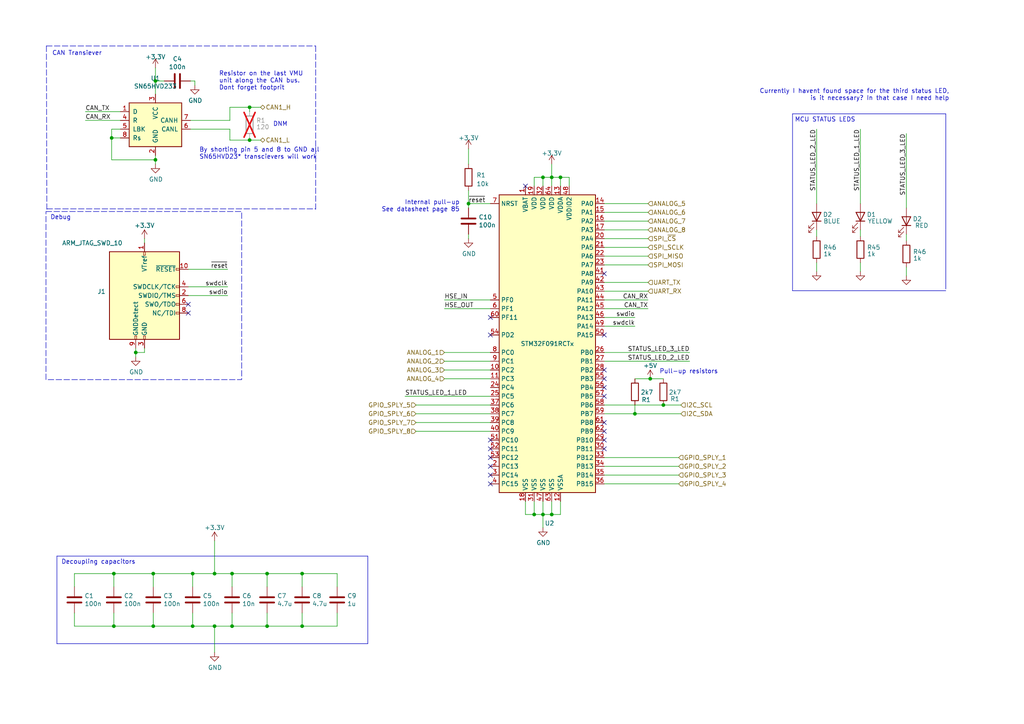
<source format=kicad_sch>
(kicad_sch (version 20230121) (generator eeschema)
  (paper "A4")
  (title_block (title "VEHICLE MEASUREMENT SYSTEM (VMU)") (date "2020-05-05") (rev "1.0") (company "KTH FORMULA STUDENT") (comment 1 "Dev18") (comment 2 "FILIP SVEBECK") (comment 3 "FSVEBECK@KTH.SE"))
  (lib_symbols
    (symbol "Device:C" (pin_numbers hide) (pin_names (offset 0.254))
      (property "Reference" "C" (at 0.635 2.54 0))
      (property "Value" "C" (at 0.635 -2.54 0))
      (symbol "C_0_1"
        (polyline (pts (xy -2.032 -0.762) (xy 2.032 -0.762)) (stroke (width 0.508)))
        (polyline (pts (xy -2.032 0.762) (xy 2.032 0.762)) (stroke (width 0.508)))
      )
      (symbol "C_1_1"
        (pin passive line (at 0 3.81 270) (length 2.794) (name "~") (number "1"))
        (pin passive line (at 0 -3.81 90) (length 2.794) (name "~") (number "2"))
      )
    )
    (symbol "Device:LED" (pin_numbers hide) (pin_names (offset 1.016) hide)
      (property "Reference" "D" (at 0 2.54 0))
      (property "Value" "LED" (at 0 -2.54 0))
      (symbol "LED_0_1"
        (polyline (pts (xy -1.27 -1.27) (xy -1.27 1.27)) (stroke (width 0.254)))
        (polyline (pts (xy -1.27 0) (xy 1.27 0)))
        (polyline (pts (xy 1.27 -1.27) (xy 1.27 1.27) (xy -1.27 0) (xy 1.27 -1.27)) (stroke (width 0.254)))
        (polyline (pts (xy -3.048 -0.762) (xy -4.572 -2.286) (xy -3.81 -2.286) (xy -4.572 -2.286) (xy -4.572 -1.524)))
        (polyline (pts (xy -1.778 -0.762) (xy -3.302 -2.286) (xy -2.54 -2.286) (xy -3.302 -2.286) (xy -3.302 -1.524)))
      )
      (symbol "LED_1_1"
        (pin passive line (at -3.81 0 0) (length 2.54) (name "K") (number "1"))
        (pin passive line (at 3.81 0 180) (length 2.54) (name "A") (number "2"))
      )
    )
    (symbol "Device:R" (pin_numbers hide) (pin_names (offset 0))
      (property "Reference" "R" (at 2.032 0 90))
      (property "Value" "R" (at 0 0 90))
      (symbol "R_0_1"
        (rectangle (start -1.016 -2.54) (end 1.016 2.54) (stroke (width 0.254)))
      )
      (symbol "R_1_1"
        (pin passive line (at 0 3.81 270) (length 1.27) (name "~") (number "1"))
        (pin passive line (at 0 -3.81 90) (length 1.27) (name "~") (number "2"))
      )
    )
    (symbol "Interface_CAN_LIN:SN65HVD233" (pin_names (offset 1.016))
      (property "Reference" "U" (at -2.54 10.16 0))
      (property "Value" "SN65HVD233" (at -2.54 7.62 0))
      (symbol "SN65HVD233_0_1"
        (rectangle (start -7.62 5.08) (end 7.62 -7.62) (stroke (width 0.254)) (fill (type background)))
      )
      (symbol "SN65HVD233_1_1"
        (pin input line (at -10.16 2.54 0) (length 2.54) (name "D") (number "1"))
        (pin power_in line (at 0 -10.16 90) (length 2.54) (name "GND") (number "2"))
        (pin power_in line (at 0 7.62 270) (length 2.54) (name "VCC") (number "3"))
        (pin output line (at -10.16 0 0) (length 2.54) (name "R") (number "4"))
        (pin input line (at -10.16 -2.54 0) (length 2.54) (name "LBK") (number "5"))
        (pin bidirectional line (at 10.16 -2.54 180) (length 2.54) (name "CANL") (number "6"))
        (pin bidirectional line (at 10.16 0 180) (length 2.54) (name "CANH") (number "7"))
        (pin input line (at -10.16 -5.08 0) (length 2.54) (name "Rs") (number "8"))
      )
    )
    (symbol "KTHFS:ARM_JTAG_SWD_10" (pin_names (offset 1.016))
      (property "Reference" "J" (at 0 0 0))
      (property "Value" "ARM_JTAG_SWD_10" (at 0 0 0))
      (symbol "ARM_JTAG_SWD_10_1_1"
        (rectangle (start -10.16 13.97) (end 10.16 -11.43) (stroke (width 0.254)) (fill (type background)))
        (rectangle (start -2.794 -11.43) (end -2.286 -10.414))
        (rectangle (start -0.254 -11.43) (end 0.254 -10.414))
        (rectangle (start -0.254 13.97) (end 0.254 12.954))
        (rectangle (start 9.144 -4.064) (end 10.16 -3.556))
        (rectangle (start 9.144 3.556) (end 10.16 4.064))
        (rectangle (start 10.16 -1.524) (end 9.144 -1.016))
        (rectangle (start 10.16 1.016) (end 9.144 1.524))
        (rectangle (start 10.16 9.144) (end 9.144 8.636))
        (pin power_in line (at 0 16.51 270) (length 2.54) (name "VTref") (number "1"))
        (pin open_collector line (at 12.7 8.89 180) (length 2.54) (name "~{RESET}") (number "10"))
        (pin bidirectional line (at 12.7 1.27 180) (length 2.54) (name "SWDIO/TMS") (number "2"))
        (pin power_in line (at 0 -13.97 90) (length 2.54) (name "GND") (number "3"))
        (pin output line (at 12.7 3.81 180) (length 2.54) (name "SWDCLK/TCK") (number "4"))
        (pin passive line (at 0 -13.97 90) (length 2.54) hide (name "GND") (number "5"))
        (pin input line (at 12.7 -1.27 180) (length 2.54) (name "SWO/TDO") (number "6"))
        (pin no_connect line (at -10.16 1.27 0) (length 2.54) hide (name "KEY") (number "7"))
        (pin output line (at 12.7 -3.81 180) (length 2.54) (name "NC/TDI") (number "8"))
        (pin passive line (at -2.54 -13.97 90) (length 2.54) (name "GNDDetect") (number "9"))
      )
    )
    (symbol "blocks-rescue:STM32F091RCTx-MCU_ST_STM32F0"
      (property "Reference" "U" (at -15.24 44.45 0))
      (property "Value" "MCU_ST_STM32F0_STM32F091RCTx" (at 7.62 44.45 0))
      (symbol "STM32F091RCTx-MCU_ST_STM32F0_0_1"
        (rectangle (start -15.24 -43.18) (end 12.7 43.18) (stroke (width 0.254)) (fill (type background)))
      )
      (symbol "STM32F091RCTx-MCU_ST_STM32F0_1_1"
        (pin power_in line (at -7.62 45.72 270) (length 2.54) (name "VBAT") (number "1"))
        (pin bidirectional line (at -17.78 -7.62 0) (length 2.54) (name "PC2") (number "10"))
        (pin bidirectional line (at -17.78 -10.16 0) (length 2.54) (name "PC3") (number "11"))
        (pin power_in line (at 2.54 -45.72 90) (length 2.54) (name "VSSA") (number "12"))
        (pin power_in line (at 2.54 45.72 270) (length 2.54) (name "VDDA") (number "13"))
        (pin bidirectional line (at 15.24 40.64 180) (length 2.54) (name "PA0") (number "14"))
        (pin bidirectional line (at 15.24 38.1 180) (length 2.54) (name "PA1") (number "15"))
        (pin bidirectional line (at 15.24 35.56 180) (length 2.54) (name "PA2") (number "16"))
        (pin bidirectional line (at 15.24 33.02 180) (length 2.54) (name "PA3") (number "17"))
        (pin power_in line (at -7.62 -45.72 90) (length 2.54) (name "VSS") (number "18"))
        (pin power_in line (at -5.08 45.72 270) (length 2.54) (name "VDD") (number "19"))
        (pin bidirectional line (at -17.78 -35.56 0) (length 2.54) (name "PC13") (number "2"))
        (pin bidirectional line (at 15.24 30.48 180) (length 2.54) (name "PA4") (number "20"))
        (pin bidirectional line (at 15.24 27.94 180) (length 2.54) (name "PA5") (number "21"))
        (pin bidirectional line (at 15.24 25.4 180) (length 2.54) (name "PA6") (number "22"))
        (pin bidirectional line (at 15.24 22.86 180) (length 2.54) (name "PA7") (number "23"))
        (pin bidirectional line (at -17.78 -12.7 0) (length 2.54) (name "PC4") (number "24"))
        (pin bidirectional line (at -17.78 -15.24 0) (length 2.54) (name "PC5") (number "25"))
        (pin bidirectional line (at 15.24 -2.54 180) (length 2.54) (name "PB0") (number "26"))
        (pin bidirectional line (at 15.24 -5.08 180) (length 2.54) (name "PB1") (number "27"))
        (pin bidirectional line (at 15.24 -7.62 180) (length 2.54) (name "PB2") (number "28"))
        (pin bidirectional line (at 15.24 -27.94 180) (length 2.54) (name "PB10") (number "29"))
        (pin bidirectional line (at -17.78 -38.1 0) (length 2.54) (name "PC14") (number "3"))
        (pin bidirectional line (at 15.24 -30.48 180) (length 2.54) (name "PB11") (number "30"))
        (pin power_in line (at -5.08 -45.72 90) (length 2.54) (name "VSS") (number "31"))
        (pin power_in line (at -2.54 45.72 270) (length 2.54) (name "VDD") (number "32"))
        (pin bidirectional line (at 15.24 -33.02 180) (length 2.54) (name "PB12") (number "33"))
        (pin bidirectional line (at 15.24 -35.56 180) (length 2.54) (name "PB13") (number "34"))
        (pin bidirectional line (at 15.24 -38.1 180) (length 2.54) (name "PB14") (number "35"))
        (pin bidirectional line (at 15.24 -40.64 180) (length 2.54) (name "PB15") (number "36"))
        (pin bidirectional line (at -17.78 -17.78 0) (length 2.54) (name "PC6") (number "37"))
        (pin bidirectional line (at -17.78 -20.32 0) (length 2.54) (name "PC7") (number "38"))
        (pin bidirectional line (at -17.78 -22.86 0) (length 2.54) (name "PC8") (number "39"))
        (pin bidirectional line (at -17.78 -40.64 0) (length 2.54) (name "PC15") (number "4"))
        (pin bidirectional line (at -17.78 -25.4 0) (length 2.54) (name "PC9") (number "40"))
        (pin bidirectional line (at 15.24 20.32 180) (length 2.54) (name "PA8") (number "41"))
        (pin bidirectional line (at 15.24 17.78 180) (length 2.54) (name "PA9") (number "42"))
        (pin bidirectional line (at 15.24 15.24 180) (length 2.54) (name "PA10") (number "43"))
        (pin bidirectional line (at 15.24 12.7 180) (length 2.54) (name "PA11") (number "44"))
        (pin bidirectional line (at 15.24 10.16 180) (length 2.54) (name "PA12") (number "45"))
        (pin bidirectional line (at 15.24 7.62 180) (length 2.54) (name "PA13") (number "46"))
        (pin power_in line (at -2.54 -45.72 90) (length 2.54) (name "VSS") (number "47"))
        (pin power_in line (at 5.08 45.72 270) (length 2.54) (name "VDDIO2") (number "48"))
        (pin bidirectional line (at 15.24 5.08 180) (length 2.54) (name "PA14") (number "49"))
        (pin input line (at -17.78 12.7 0) (length 2.54) (name "PF0") (number "5"))
        (pin bidirectional line (at 15.24 2.54 180) (length 2.54) (name "PA15") (number "50"))
        (pin bidirectional line (at -17.78 -27.94 0) (length 2.54) (name "PC10") (number "51"))
        (pin bidirectional line (at -17.78 -30.48 0) (length 2.54) (name "PC11") (number "52"))
        (pin bidirectional line (at -17.78 -33.02 0) (length 2.54) (name "PC12") (number "53"))
        (pin bidirectional line (at -17.78 2.54 0) (length 2.54) (name "PD2") (number "54"))
        (pin bidirectional line (at 15.24 -10.16 180) (length 2.54) (name "PB3") (number "55"))
        (pin bidirectional line (at 15.24 -12.7 180) (length 2.54) (name "PB4") (number "56"))
        (pin bidirectional line (at 15.24 -15.24 180) (length 2.54) (name "PB5") (number "57"))
        (pin bidirectional line (at 15.24 -17.78 180) (length 2.54) (name "PB6") (number "58"))
        (pin bidirectional line (at 15.24 -20.32 180) (length 2.54) (name "PB7") (number "59"))
        (pin input line (at -17.78 10.16 0) (length 2.54) (name "PF1") (number "6"))
        (pin bidirectional line (at -17.78 7.62 0) (length 2.54) (name "PF11") (number "60"))
        (pin bidirectional line (at 15.24 -22.86 180) (length 2.54) (name "PB8") (number "61"))
        (pin bidirectional line (at 15.24 -25.4 180) (length 2.54) (name "PB9") (number "62"))
        (pin power_in line (at 0 -45.72 90) (length 2.54) (name "VSS") (number "63"))
        (pin power_in line (at 0 45.72 270) (length 2.54) (name "VDD") (number "64"))
        (pin input line (at -17.78 40.64 0) (length 2.54) (name "NRST") (number "7"))
        (pin bidirectional line (at -17.78 -2.54 0) (length 2.54) (name "PC0") (number "8"))
        (pin bidirectional line (at -17.78 -5.08 0) (length 2.54) (name "PC1") (number "9"))
      )
    )
    (symbol "power:+3.3V" (power) (pin_names (offset 0))
      (property "Value" "+3.3V" (at 0 3.556 0))
      (symbol "+3.3V_0_1"
        (polyline (pts (xy -0.762 1.27) (xy 0 2.54)))
        (polyline (pts (xy 0 0) (xy 0 2.54)))
        (polyline (pts (xy 0 2.54) (xy 0.762 1.27)))
      )
      (symbol "+3.3V_1_1"
        (pin power_in line (at 0 0 90) (length 0) hide (name "+3.3V") (number "1"))
      )
    )
    (symbol "power:+5V" (power) (pin_names (offset 0))
      (property "Value" "+5V" (at 0 3.556 0))
      (symbol "+5V_0_1"
        (polyline (pts (xy -0.762 1.27) (xy 0 2.54)))
        (polyline (pts (xy 0 0) (xy 0 2.54)))
        (polyline (pts (xy 0 2.54) (xy 0.762 1.27)))
      )
      (symbol "+5V_1_1"
        (pin power_in line (at 0 0 90) (length 0) hide (name "+5V") (number "1"))
      )
    )
    (symbol "power:GND" (power) (pin_names (offset 0))
      (property "Value" "GND" (at 0 -3.81 0))
      (symbol "GND_0_1"
        (polyline (pts (xy 0 0) (xy 0 -1.27) (xy 1.27 -1.27) (xy 0 -2.54) (xy -1.27 -1.27) (xy 0 -1.27)))
      )
      (symbol "GND_1_1"
        (pin power_in line (at 0 0 270) (length 0) hide (name "GND") (number "1"))
      )
    )
  )
  (junction (at 33.02 181.61))
  (junction (at 62.23 166.37))
  (junction (at 55.88 166.37))
  (junction (at 39.37 102.235))
  (junction (at 87.63 166.37))
  (junction (at 62.23 181.61))
  (junction (at 87.63 181.61))
  (junction (at 67.31 181.61))
  (junction (at 72.39 31.115))
  (junction (at 67.31 166.37))
  (junction (at 32.385 40.005))
  (junction (at 77.47 166.37))
  (junction (at 44.45 166.37))
  (junction (at 157.48 51.435))
  (junction (at 160.02 51.435))
  (junction (at 192.405 117.475))
  (junction (at 44.45 181.61))
  (junction (at 72.39 40.64))
  (junction (at 188.595 109.855))
  (junction (at 160.02 149.225))
  (junction (at 135.89 59.055))
  (junction (at 157.48 149.225))
  (junction (at 55.88 181.61))
  (junction (at 184.15 120.015))
  (junction (at 45.085 23.495))
  (junction (at 154.94 149.225))
  (junction (at 45.085 46.355))
  (junction (at 77.47 181.61))
  (junction (at 33.02 166.37))
  (junction (at 162.56 51.435))
  (no_connect (at 142.24 132.715))
  (no_connect (at 175.26 107.315))
  (no_connect (at 142.24 130.175))
  (no_connect (at 175.26 112.395))
  (no_connect (at 175.26 109.855))
  (no_connect (at 142.24 135.255))
  (no_connect (at 54.61 88.265))
  (no_connect (at 175.26 79.375))
  (no_connect (at 152.4 53.975))
  (no_connect (at 175.26 122.555))
  (no_connect (at 175.26 127.635))
  (no_connect (at 142.24 127.635))
  (no_connect (at 142.24 97.155))
  (no_connect (at 175.26 130.175))
  (no_connect (at 142.24 92.075))
  (no_connect (at 142.24 137.795))
  (no_connect (at 54.61 90.805))
  (no_connect (at 175.26 125.095))
  (no_connect (at 142.24 140.335))
  (no_connect (at 175.26 97.155))
  (no_connect (at 175.26 114.935))
  (wire (pts (xy 21.59 170.18) (xy 21.59 166.37)))
  (wire (pts (xy 188.595 109.855) (xy 192.405 109.855)))
  (wire (pts (xy 66.675 37.465) (xy 55.245 37.465)))
  (wire (pts (xy 67.31 166.37) (xy 67.31 170.18)))
  (wire (pts (xy 44.45 177.8) (xy 44.45 181.61)))
  (wire (pts (xy 160.02 51.435) (xy 160.02 53.975)))
  (wire (pts (xy 187.96 69.215) (xy 175.26 69.215)))
  (wire (pts (xy 32.385 37.465) (xy 32.385 40.005)))
  (wire (pts (xy 187.96 59.055) (xy 175.26 59.055)))
  (wire (pts (xy 34.925 37.465) (xy 32.385 37.465)))
  (wire (pts (xy 154.94 51.435) (xy 157.48 51.435)))
  (wire (pts (xy 24.765 32.385) (xy 34.925 32.385)))
  (wire (pts (xy 87.63 166.37) (xy 97.79 166.37)))
  (wire (pts (xy 196.85 132.715) (xy 175.26 132.715)))
  (wire (pts (xy 175.26 86.995) (xy 187.96 86.995)))
  (wire (pts (xy 236.855 76.2) (xy 236.855 78.74)))
  (wire (pts (xy 175.26 61.595) (xy 187.96 61.595)))
  (wire (pts (xy 160.02 51.435) (xy 162.56 51.435)))
  (wire (pts (xy 44.45 181.61) (xy 55.88 181.61)))
  (wire (pts (xy 162.56 145.415) (xy 162.56 149.225)))
  (wire (pts (xy 54.61 78.105) (xy 66.04 78.105)))
  (wire (pts (xy 21.59 177.8) (xy 21.59 181.61)))
  (wire (pts (xy 192.405 117.475) (xy 197.485 117.475)))
  (wire (pts (xy 135.89 59.055) (xy 142.24 59.055)))
  (wire (pts (xy 154.94 149.225) (xy 157.48 149.225)))
  (wire (pts (xy 175.26 64.135) (xy 187.96 64.135)))
  (wire (pts (xy 21.59 181.61) (xy 33.02 181.61)))
  (wire (pts (xy 33.02 170.18) (xy 33.02 166.37)))
  (wire (pts (xy 32.385 40.005) (xy 32.385 46.355)))
  (wire (pts (xy 157.48 153.035) (xy 157.48 149.225)))
  (wire (pts (xy 47.625 23.495) (xy 45.085 23.495)))
  (wire (pts (xy 142.24 122.555) (xy 120.65 122.555)))
  (polyline (pts (xy 229.87 33.02) (xy 274.32 33.02)))
  (wire (pts (xy 33.02 181.61) (xy 44.45 181.61)))
  (wire (pts (xy 157.48 149.225) (xy 160.02 149.225)))
  (wire (pts (xy 97.79 166.37) (xy 97.79 170.18)))
  (wire (pts (xy 67.31 177.8) (xy 67.31 181.61)))
  (wire (pts (xy 72.39 40.64) (xy 75.565 40.64)))
  (wire (pts (xy 157.48 145.415) (xy 157.48 149.225)))
  (wire (pts (xy 184.15 120.015) (xy 197.485 120.015)))
  (wire (pts (xy 77.47 177.8) (xy 77.47 181.61)))
  (wire (pts (xy 157.48 53.975) (xy 157.48 51.435)))
  (wire (pts (xy 175.26 104.775) (xy 200.025 104.775)))
  (wire (pts (xy 128.905 86.995) (xy 142.24 86.995)))
  (polyline (pts (xy 229.87 84.328) (xy 274.32 84.328)))
  (wire (pts (xy 97.79 181.61) (xy 97.79 177.8)))
  (polyline (pts (xy 16.51 161.29) (xy 106.68 161.29)))
  (polyline (pts (xy 13.462 13.335) (xy 13.589 60.706)) (stroke (width 0) (type dash)))
  (wire (pts (xy 39.37 103.505) (xy 39.37 102.235)))
  (wire (pts (xy 128.905 102.235) (xy 142.24 102.235)))
  (wire (pts (xy 66.675 31.115) (xy 66.675 34.925)))
  (wire (pts (xy 66.675 40.64) (xy 72.39 40.64)))
  (polyline (pts (xy 274.32 83.82) (xy 274.32 33.02)))
  (wire (pts (xy 135.89 69.215) (xy 135.89 67.945)))
  (wire (pts (xy 39.37 102.235) (xy 41.91 102.235)))
  (wire (pts (xy 56.515 23.495) (xy 55.245 23.495)))
  (wire (pts (xy 175.26 66.675) (xy 187.96 66.675)))
  (wire (pts (xy 66.675 37.465) (xy 66.675 40.64)))
  (wire (pts (xy 142.24 109.855) (xy 128.905 109.855)))
  (wire (pts (xy 55.88 166.37) (xy 62.23 166.37)))
  (polyline (pts (xy 106.68 186.69) (xy 16.51 186.69)))
  (wire (pts (xy 41.91 70.485) (xy 41.91 69.215)))
  (wire (pts (xy 142.24 120.015) (xy 120.65 120.015)))
  (wire (pts (xy 187.96 81.915) (xy 175.26 81.915)))
  (wire (pts (xy 54.61 83.185) (xy 66.04 83.185)))
  (wire (pts (xy 154.94 145.415) (xy 154.94 149.225)))
  (wire (pts (xy 67.31 166.37) (xy 77.47 166.37)))
  (wire (pts (xy 175.26 92.075) (xy 184.15 92.075)))
  (wire (pts (xy 67.31 181.61) (xy 77.47 181.61)))
  (wire (pts (xy 142.24 117.475) (xy 120.65 117.475)))
  (wire (pts (xy 55.245 34.925) (xy 66.675 34.925)))
  (wire (pts (xy 45.085 23.495) (xy 45.085 19.685)))
  (polyline (pts (xy 13.589 60.579) (xy 91.567 60.579)) (stroke (width 0) (type dash)))
  (wire (pts (xy 175.26 140.335) (xy 196.85 140.335)))
  (wire (pts (xy 175.26 102.235) (xy 200.025 102.235)))
  (wire (pts (xy 54.61 85.725) (xy 66.04 85.725)))
  (wire (pts (xy 62.23 189.23) (xy 62.23 181.61)))
  (wire (pts (xy 160.02 149.225) (xy 162.56 149.225)))
  (wire (pts (xy 184.15 117.475) (xy 184.15 120.015)))
  (wire (pts (xy 152.4 145.415) (xy 152.4 149.225)))
  (wire (pts (xy 45.085 27.305) (xy 45.085 23.495)))
  (wire (pts (xy 175.26 117.475) (xy 192.405 117.475)))
  (wire (pts (xy 55.88 177.8) (xy 55.88 181.61)))
  (wire (pts (xy 175.26 89.535) (xy 187.96 89.535)))
  (wire (pts (xy 72.39 31.115) (xy 72.39 32.385)))
  (polyline (pts (xy 229.87 84.328) (xy 229.87 33.02)))
  (wire (pts (xy 249.555 78.74) (xy 249.555 76.2)))
  (wire (pts (xy 120.65 125.095) (xy 142.24 125.095)))
  (wire (pts (xy 175.26 84.455) (xy 187.96 84.455)))
  (wire (pts (xy 72.39 40.64) (xy 72.39 40.005)))
  (wire (pts (xy 32.385 46.355) (xy 45.085 46.355)))
  (wire (pts (xy 175.26 137.795) (xy 196.85 137.795)))
  (wire (pts (xy 77.47 166.37) (xy 87.63 166.37)))
  (wire (pts (xy 262.89 77.47) (xy 262.89 80.01)))
  (wire (pts (xy 175.26 71.755) (xy 187.96 71.755)))
  (wire (pts (xy 21.59 166.37) (xy 33.02 166.37)))
  (wire (pts (xy 55.88 181.61) (xy 62.23 181.61)))
  (wire (pts (xy 135.89 43.18) (xy 135.89 47.625)))
  (wire (pts (xy 77.47 181.61) (xy 87.63 181.61)))
  (wire (pts (xy 142.24 114.935) (xy 117.475 114.935)))
  (wire (pts (xy 262.89 67.945) (xy 262.89 69.85)))
  (wire (pts (xy 175.26 120.015) (xy 184.15 120.015)))
  (wire (pts (xy 154.94 53.975) (xy 154.94 51.435)))
  (wire (pts (xy 184.15 94.615) (xy 175.26 94.615)))
  (wire (pts (xy 34.925 34.925) (xy 24.765 34.925)))
  (wire (pts (xy 175.26 135.255) (xy 196.85 135.255)))
  (wire (pts (xy 175.26 74.295) (xy 187.96 74.295)))
  (wire (pts (xy 128.905 89.535) (xy 142.24 89.535)))
  (wire (pts (xy 128.905 107.315) (xy 142.24 107.315)))
  (wire (pts (xy 262.89 60.325) (xy 262.89 38.735)))
  (wire (pts (xy 39.37 102.235) (xy 39.37 100.965)))
  (wire (pts (xy 66.675 31.115) (xy 72.39 31.115)))
  (polyline (pts (xy 13.462 13.335) (xy 91.567 13.335)) (stroke (width 0) (type dash)))
  (wire (pts (xy 62.23 181.61) (xy 67.31 181.61)))
  (wire (pts (xy 87.63 181.61) (xy 97.79 181.61)))
  (polyline (pts (xy 106.68 161.29) (xy 106.68 186.69)))
  (wire (pts (xy 34.925 40.005) (xy 32.385 40.005)))
  (wire (pts (xy 87.63 177.8) (xy 87.63 181.61)))
  (wire (pts (xy 152.4 149.225) (xy 154.94 149.225)))
  (wire (pts (xy 77.47 170.18) (xy 77.47 166.37)))
  (wire (pts (xy 44.45 166.37) (xy 55.88 166.37)))
  (wire (pts (xy 135.89 59.055) (xy 135.89 60.325)))
  (wire (pts (xy 184.15 109.855) (xy 188.595 109.855)))
  (wire (pts (xy 33.02 177.8) (xy 33.02 181.61)))
  (wire (pts (xy 45.085 46.355) (xy 45.085 45.085)))
  (wire (pts (xy 45.085 47.625) (xy 45.085 46.355)))
  (wire (pts (xy 87.63 170.18) (xy 87.63 166.37)))
  (wire (pts (xy 128.905 104.775) (xy 142.24 104.775)))
  (polyline (pts (xy 16.51 186.69) (xy 16.51 161.29)))
  (wire (pts (xy 62.23 166.37) (xy 67.31 166.37)))
  (wire (pts (xy 160.02 145.415) (xy 160.02 149.225)))
  (wire (pts (xy 249.555 68.58) (xy 249.555 66.675)))
  (wire (pts (xy 249.555 37.465) (xy 249.555 59.055)))
  (polyline (pts (xy 91.567 13.335) (xy 91.567 60.706)) (stroke (width 0) (type dash)))
  (wire (pts (xy 56.515 24.765) (xy 56.515 23.495)))
  (wire (pts (xy 135.89 55.245) (xy 135.89 59.055)))
  (wire (pts (xy 72.39 31.115) (xy 75.565 31.115)))
  (wire (pts (xy 44.45 170.18) (xy 44.45 166.37)))
  (wire (pts (xy 165.1 51.435) (xy 165.1 53.975)))
  (wire (pts (xy 162.56 53.975) (xy 162.56 51.435)))
  (wire (pts (xy 162.56 51.435) (xy 165.1 51.435)))
  (wire (pts (xy 33.02 166.37) (xy 44.45 166.37)))
  (wire (pts (xy 236.855 59.055) (xy 236.855 37.465)))
  (wire (pts (xy 175.26 76.835) (xy 187.96 76.835)))
  (wire (pts (xy 236.855 66.675) (xy 236.855 68.58)))
  (wire (pts (xy 160.02 47.625) (xy 160.02 51.435)))
  (wire (pts (xy 41.91 102.235) (xy 41.91 100.965)))
  (wire (pts (xy 55.88 170.18) (xy 55.88 166.37)))
  (wire (pts (xy 157.48 51.435) (xy 160.02 51.435)))
  (wire (pts (xy 62.23 156.845) (xy 62.23 166.37)))
  (rectangle (start 13.335 61.341) (end 70.104 110.109) (stroke (width 0) (type dash)))
  (text "Debug" (at 14.605 63.881 0) (effects (font (size 1.27 1.27)) (justify left bottom)))
  (text "Currently I havent found space for the third status LED,\nis it necessary? In that case I need help" (at 275.336 29.337 0) (effects (font (size 1.27 1.27)) (justify right bottom)))
  (text "Pull-up resistors" (at 208.28 108.585 0) (effects (font (size 1.27 1.27)) (justify right bottom)))
  (text "By shorting pin 5 and 8 to GND all\nSN65HVD23* transcievers will work" (at 57.785 46.355 0) (effects (font (size 1.27 1.27)) (justify left bottom)))
  (text "Decoupling capacitors" (at 17.78 163.83 0) (effects (font (size 1.27 1.27)) (justify left bottom)))
  (text "Resistor on the last VMU \nunit along the CAN bus. \nDont forget footprit" (at 63.5 26.289 0) (effects (font (size 1.27 1.27)) (justify left bottom)))
  (text "DNM" (at 83.439 36.83 0) (effects (font (size 1.27 1.27)) (justify right bottom)))
  (text "Internal pull-up\nSee datasheet page 85" (at 133.35 61.595 0) (effects (font (size 1.27 1.27)) (justify right bottom)))
  (text "MCU STATUS LEDS" (at 230.505 35.56 0) (effects (font (size 1.27 1.27)) (justify left bottom)))
  (text "CAN Transiever" (at 15.113 16.256 0) (effects (font (size 1.27 1.27)) (justify left bottom)))
  (label "STATUS_LED_3_LED" (at 200.025 102.235 180))
  (label "STATUS_LED_1_LED" (at 249.555 37.465 270))
  (label "HSE_OUT" (at 128.905 89.535 0))
  (label "CAN_RX" (at 24.765 34.925 0))
  (label "CAN_TX" (at 187.96 89.535 180))
  (label "~{reset}" (at 135.89 59.055 0))
  (label "swdclk" (at 184.15 94.615 180))
  (label "CAN_RX" (at 187.96 86.995 180))
  (label "CAN_TX" (at 24.765 32.385 0))
  (label "STATUS_LED_2_LED" (at 200.025 104.775 180))
  (label "swdclk" (at 66.04 83.185 180))
  (label "STATUS_LED_2_LED" (at 236.855 37.465 270))
  (label "HSE_IN" (at 128.905 86.995 0))
  (label "STATUS_LED_1_LED" (at 117.475 114.935 0))
  (label "swdio" (at 66.04 85.725 180))
  (label "~{reset}" (at 66.04 78.105 180))
  (label "STATUS_LED_3_LED" (at 262.89 38.735 270))
  (label "swdio" (at 184.15 92.075 180))
  (hierarchical_label "SPI_~{CS}" (shape input) (at 187.96 69.215 0))
  (hierarchical_label "UART_RX" (shape input) (at 187.96 84.455 0))
  (hierarchical_label "GPIO_SPLY_2" (shape input) (at 196.85 135.255 0))
  (hierarchical_label "GPIO_SPLY_4" (shape input) (at 196.85 140.335 0))
  (hierarchical_label "GPIO_SPLY_1" (shape input) (at 196.85 132.715 0))
  (hierarchical_label "GPIO_SPLY_5" (shape input) (at 120.65 117.475 180))
  (hierarchical_label "ANALOG_6" (shape input) (at 187.96 61.595 0))
  (hierarchical_label "CAN1_H" (shape bidirectional) (at 75.565 31.115 0))
  (hierarchical_label "ANALOG_5" (shape input) (at 187.96 59.055 0))
  (hierarchical_label "UART_TX" (shape input) (at 187.96 81.915 0))
  (hierarchical_label "GPIO_SPLY_7" (shape input) (at 120.65 122.555 180))
  (hierarchical_label "CAN1_L" (shape bidirectional) (at 75.565 40.64 0))
  (hierarchical_label "ANALOG_7" (shape input) (at 187.96 64.135 0))
  (hierarchical_label "GPIO_SPLY_8" (shape input) (at 120.65 125.095 180))
  (hierarchical_label "ANALOG_8" (shape input) (at 187.96 66.675 0))
  (hierarchical_label "ANALOG_2" (shape input) (at 128.905 104.775 180))
  (hierarchical_label "ANALOG_4" (shape input) (at 128.905 109.855 180))
  (hierarchical_label "GPIO_SPLY_3" (shape input) (at 196.85 137.795 0))
  (hierarchical_label "I2C_SCL" (shape input) (at 197.485 117.475 0))
  (hierarchical_label "ANALOG_1" (shape input) (at 128.905 102.235 180))
  (hierarchical_label "ANALOG_3" (shape input) (at 128.905 107.315 180))
  (hierarchical_label "I2C_SDA" (shape input) (at 197.485 120.015 0))
  (hierarchical_label "SPI_MISO" (shape input) (at 187.96 74.295 0))
  (hierarchical_label "SPI_MOSI" (shape input) (at 187.96 76.835 0))
  (hierarchical_label "GPIO_SPLY_6" (shape input) (at 120.65 120.015 180))
  (hierarchical_label "SPI_SCLK" (shape input) (at 187.96 71.755 0))
  (symbol (lib_id "power:GND") (at 45.085 47.625 0) (unit 1)
    (property "Reference" "#PWR03" (effects hide))
    (property "Value" "GND" (at 45.212 52.0192 0))
  )
  (symbol (lib_id "Device:C") (at 51.435 23.495 270) (unit 1)
    (property "Reference" "C4" (at 51.435 17.0942 90))
    (property "Value" "100n" (at 51.435 19.4056 90))
    (property "Footprint" "Capacitor_SMD:C_0603_1608Metric_Pad1.08x0.95mm_HandSolder" (effects hide))
  )
  (symbol (lib_id "power:GND") (at 56.515 24.765 0) (unit 1)
    (property "Reference" "#PWR05" (effects hide))
    (property "Value" "GND" (at 56.642 29.1592 0))
  )
  (symbol (lib_id "blocks-rescue:STM32F091RCTx-MCU_ST_STM32F0") (at 160.02 99.695 0) (unit 1)
    (property "Reference" "U2" (at 159.385 151.765 0))
    (property "Value" "STM32F091RCTx" (at 158.75 99.695 0))
    (property "Footprint" "Package_QFP:LQFP-64_10x10mm_P0.5mm" (effects hide))
    (property "Datasheet" "http://www.st.com/st-web-ui/static/active/en/resource/technical/document/datasheet/DM00115237.pdf" (effects hide))
  )
  (symbol (lib_id "power:GND") (at 157.48 153.035 0) (unit 1)
    (property "Reference" "#PWR010" (effects hide))
    (property "Value" "GND" (at 157.607 157.4292 0))
  )
  (symbol (lib_id "Device:C") (at 135.89 64.135 0) (unit 1)
    (property "Reference" "C10" (at 138.811 62.9666 0) (effects (justify left)))
    (property "Value" "100n" (at 138.811 65.278 0) (effects (justify left)))
    (property "Footprint" "Capacitor_SMD:C_0603_1608Metric_Pad1.08x0.95mm_HandSolder" (effects hide))
  )
  (symbol (lib_id "power:GND") (at 135.89 69.215 0) (unit 1)
    (property "Reference" "#PWR09" (effects hide))
    (property "Value" "GND" (at 136.017 73.6092 0))
  )
  (symbol (lib_id "Device:C") (at 21.59 173.99 0) (unit 1)
    (property "Reference" "C1" (at 24.511 172.8216 0) (effects (justify left)))
    (property "Value" "100n" (at 24.511 175.133 0) (effects (justify left)))
    (property "Footprint" "Capacitor_SMD:C_0603_1608Metric_Pad1.08x0.95mm_HandSolder" (effects hide))
  )
  (symbol (lib_id "Device:C") (at 33.02 173.99 0) (unit 1)
    (property "Reference" "C2" (at 35.941 172.8216 0) (effects (justify left)))
    (property "Value" "100n" (at 35.941 175.133 0) (effects (justify left)))
    (property "Footprint" "Capacitor_SMD:C_0603_1608Metric_Pad1.08x0.95mm_HandSolder" (effects hide))
  )
  (symbol (lib_id "Device:C") (at 44.45 173.99 0) (unit 1)
    (property "Reference" "C3" (at 47.371 172.8216 0) (effects (justify left)))
    (property "Value" "100n" (at 47.371 175.133 0) (effects (justify left)))
    (property "Footprint" "Capacitor_SMD:C_0603_1608Metric_Pad1.08x0.95mm_HandSolder" (effects hide))
  )
  (symbol (lib_id "Device:C") (at 55.88 173.99 0) (unit 1)
    (property "Reference" "C5" (at 58.801 172.8216 0) (effects (justify left)))
    (property "Value" "100n" (at 58.801 175.133 0) (effects (justify left)))
    (property "Footprint" "Capacitor_SMD:C_0603_1608Metric_Pad1.08x0.95mm_HandSolder" (effects hide))
  )
  (symbol (lib_id "Device:C") (at 67.31 173.99 0) (unit 1)
    (property "Reference" "C6" (at 70.231 172.8216 0) (effects (justify left)))
    (property "Value" "10n" (at 70.231 175.133 0) (effects (justify left)))
    (property "Footprint" "Capacitor_SMD:C_0603_1608Metric_Pad1.08x0.95mm_HandSolder" (effects hide))
  )
  (symbol (lib_id "Device:C") (at 77.47 173.99 0) (unit 1)
    (property "Reference" "C7" (at 80.391 172.8216 0) (effects (justify left)))
    (property "Value" "4.7u" (at 80.391 175.133 0) (effects (justify left)))
    (property "Footprint" "Capacitor_SMD:C_0805_2012Metric_Pad1.18x1.45mm_HandSolder" (effects hide))
  )
  (symbol (lib_id "Device:C") (at 87.63 173.99 0) (unit 1)
    (property "Reference" "C8" (at 90.551 172.8216 0) (effects (justify left)))
    (property "Value" "4.7u" (at 90.551 175.133 0) (effects (justify left)))
    (property "Footprint" "Capacitor_SMD:C_0805_2012Metric_Pad1.18x1.45mm_HandSolder" (effects hide))
  )
  (symbol (lib_id "Device:C") (at 97.79 173.99 0) (unit 1)
    (property "Reference" "C9" (at 100.711 172.8216 0) (effects (justify left)))
    (property "Value" "1u" (at 100.711 175.133 0) (effects (justify left)))
    (property "Footprint" "Capacitor_SMD:C_0805_2012Metric_Pad1.18x1.45mm_HandSolder" (effects hide))
  )
  (symbol (lib_id "power:GND") (at 62.23 189.23 0) (unit 1)
    (property "Reference" "#PWR07" (effects hide))
    (property "Value" "GND" (at 62.357 193.6242 0))
  )
  (symbol (lib_id "KTHFS:ARM_JTAG_SWD_10") (at 41.91 86.995 0) (unit 1)
    (property "Reference" "J1" (at 30.6578 84.5566 0) (effects (justify right)))
    (property "Value" "ARM_JTAG_SWD_10" (at 35.56 70.485 0) (effects (justify right)))
    (property "Footprint" "KTHFS:Atmel_ICP_connector" (effects hide))
  )
  (symbol (lib_id "power:GND") (at 39.37 103.505 0) (unit 1)
    (property "Reference" "#PWR01" (effects hide))
    (property "Value" "GND" (at 39.497 107.8992 0))
  )
  (symbol (lib_id "Interface_CAN_LIN:SN65HVD233") (at 45.085 34.925 0) (unit 1)
    (property "Reference" "U1" (at 45.085 22.7076 0))
    (property "Value" "SN65HVD233" (at 45.085 25.019 0))
    (property "Footprint" "Package_SO:SOIC-8_3.9x4.9mm_P1.27mm" (effects hide))
    (property "Datasheet" "http://www.ti.com/lit/ds/symlink/sn65hvd234.pdf" (effects hide))
  )
  (symbol (lib_id "power:+3.3V") (at 160.02 47.625 0) (unit 1)
    (property "Reference" "#PWR044" (effects hide))
    (property "Value" "+3.3V" (at 160.02 44.45 0))
  )
  (symbol (lib_id "Device:R") (at 184.15 113.665 0) (unit 1)
    (property "Reference" "R1" (at 186.055 115.951 0) (effects (justify left)))
    (property "Value" "2k7" (at 185.801 113.792 0) (effects (justify left)))
    (property "Footprint" "Resistor_SMD:R_0603_1608Metric_Pad0.98x0.95mm_HandSolder" (effects hide))
  )
  (symbol (lib_id "Device:R") (at 262.89 73.66 0) (mirror x) (unit 1)
    (property "Reference" "R46" (at 264.795 73.025 0) (effects (justify left)))
    (property "Value" "1k" (at 266.065 74.93 0))
    (property "Footprint" "Resistor_SMD:R_0603_1608Metric_Pad0.98x0.95mm_HandSolder" (effects hide))
    (instances (project "MCU" (path "" (reference "R46") (unit 1))) (project "VMU" (path "" (reference "R6") (unit 1))))
  )
  (symbol (lib_id "power:+3.3V") (at 45.085 19.685 0) (unit 1)
    (property "Reference" "#PWR040" (effects hide))
    (property "Value" "+3.3V" (at 45.085 16.51 0))
  )
  (symbol (lib_id "power:GND") (at 262.89 80.01 0) (unit 1)
    (property "Reference" "#PWR0126" (effects hide))
    (property "Value" "GND" (effects hide))
    (instances (project "MCU" (path "" (reference "#PWR0126") (unit 1))) (project "VMU" (path "" (reference "#PWR049") (unit 1))))
  )
  (symbol (lib_id "Device:R") (at 249.555 72.39 0) (mirror x) (unit 1)
    (property "Reference" "R45" (at 251.46 71.755 0) (effects (justify left)))
    (property "Value" "1k" (at 252.73 73.66 0))
    (property "Footprint" "Resistor_SMD:R_0603_1608Metric_Pad0.98x0.95mm_HandSolder" (effects hide))
    (instances (project "MCU" (path "" (reference "R45") (unit 1))) (project "VMU" (path "" (reference "R5") (unit 1))))
  )
  (symbol (lib_id "power:GND") (at 236.855 78.74 0) (unit 1)
    (property "Reference" "#PWR0126" (effects hide))
    (property "Value" "GND" (effects hide))
    (instances (project "MCU" (path "" (reference "#PWR0126") (unit 1))) (project "VMU" (path "" (reference "#PWR047") (unit 1))))
  )
  (symbol (lib_id "power:+3.3V") (at 41.91 69.215 0) (unit 1)
    (property "Reference" "#PWR019" (effects hide))
    (property "Value" "+3.3V" (at 41.91 65.405 0))
  )
  (symbol (lib_id "Device:LED") (at 262.89 64.135 270) (mirror x) (unit 1)
    (property "Reference" "D2" (at 266.065 63.5 90))
    (property "Value" "RED" (at 267.335 65.405 90))
    (property "Footprint" "Diode_SMD:D_0603_1608Metric_Pad1.05x0.95mm_HandSolder" (effects hide))
    (instances (project "MCU" (path "" (reference "D2") (unit 1))) (project "VMU" (path "" (reference "D7") (unit 1))))
  )
  (symbol (lib_id "power:GND") (at 249.555 78.74 0) (unit 1)
    (property "Reference" "#PWR0125" (effects hide))
    (property "Value" "GND" (effects hide))
    (instances (project "MCU" (path "" (reference "#PWR0125") (unit 1))) (project "VMU" (path "" (reference "#PWR048") (unit 1))))
  )
  (symbol (lib_id "Device:LED") (at 249.555 62.865 270) (mirror x) (unit 1)
    (property "Reference" "D1" (at 252.73 62.23 90))
    (property "Value" "YELLOW" (at 255.27 64.135 90))
    (property "Footprint" "Diode_SMD:D_0603_1608Metric_Pad1.05x0.95mm_HandSolder" (effects hide))
    (instances (project "MCU" (path "" (reference "D1") (unit 1))) (project "VMU" (path "" (reference "D6") (unit 1))))
  )
  (symbol (lib_id "power:+3.3V") (at 62.23 156.845 0) (unit 1)
    (property "Reference" "#PWR045" (effects hide))
    (property "Value" "+3.3V" (at 62.23 153.035 0))
  )
  (symbol (lib_id "Device:R") (at 72.39 36.195 0) (unit 1) (dnp yes)
    (property "Reference" "R1" (at 74.295 34.925 0) (effects (justify left)))
    (property "Value" "120" (at 74.295 36.83 0) (effects (justify left)))
    (property "Footprint" "Resistor_SMD:R_0603_1608Metric_Pad0.98x0.95mm_HandSolder" (effects hide))
    (instances (project "DeV18-AMS_bot_0.1" (path "" (reference "R1") (unit 1))) (project "MCU" (path "" (reference "R1") (unit 1))) (project "VMU" (path "" (reference "R2") (unit 1))) (project "KTHFS_NODE1_F09" (path "" (reference "R2") (unit 1))))
  )
  (symbol (lib_id "Device:R") (at 135.89 51.435 0) (unit 1)
    (property "Reference" "R1" (at 138.176 50.8 0) (effects (justify left)))
    (property "Value" "10k" (at 138.176 53.34 0) (effects (justify left)))
    (property "Footprint" "Resistor_SMD:R_0603_1608Metric_Pad0.98x0.95mm_HandSolder" (effects hide))
  )
  (symbol (lib_id "Device:R") (at 236.855 72.39 0) (mirror x) (unit 1)
    (property "Reference" "R46" (at 238.76 71.755 0) (effects (justify left)))
    (property "Value" "1k" (at 240.03 73.66 0))
    (property "Footprint" "Resistor_SMD:R_0603_1608Metric_Pad0.98x0.95mm_HandSolder" (effects hide))
    (instances (project "MCU" (path "" (reference "R46") (unit 1))) (project "VMU" (path "" (reference "R4") (unit 1))))
  )
  (symbol (lib_id "power:+3.3V") (at 135.89 43.18 0) (unit 1)
    (property "Reference" "#PWR054" (effects hide))
    (property "Value" "+3.3V" (at 135.89 40.005 0))
  )
  (symbol (lib_id "power:+5V") (at 188.595 109.855 0) (mirror y) (unit 1)
    (property "Reference" "#PWR029" (effects hide))
    (property "Value" "+5V" (at 188.595 106.045 0))
    (instances (project "VMU" (path "" (reference "#PWR029") (unit 1)) (path "" (reference "#PWR?") (unit 1)) (path "" (reference "#PWR051") (unit 1))) (project "POWER" (path "" (reference "#PWR0161") (unit 1))))
  )
  (symbol (lib_id "Device:LED") (at 236.855 62.865 270) (mirror x) (unit 1)
    (property "Reference" "D2" (at 240.03 62.23 90))
    (property "Value" "BLUE" (at 241.3 64.135 90))
    (property "Footprint" "Diode_SMD:D_0603_1608Metric_Pad1.05x0.95mm_HandSolder" (effects hide))
    (instances (project "MCU" (path "" (reference "D2") (unit 1))) (project "VMU" (path "" (reference "D5") (unit 1))))
  )
  (symbol (lib_id "Device:R") (at 192.405 113.665 0) (unit 1)
    (property "Reference" "R1" (at 197.104 115.697 0) (effects (justify right)))
    (property "Value" "2k7" (at 197.612 113.792 0) (effects (justify right)))
    (property "Footprint" "Resistor_SMD:R_0603_1608Metric_Pad0.98x0.95mm_HandSolder" (effects hide))
  )
)
</source>
